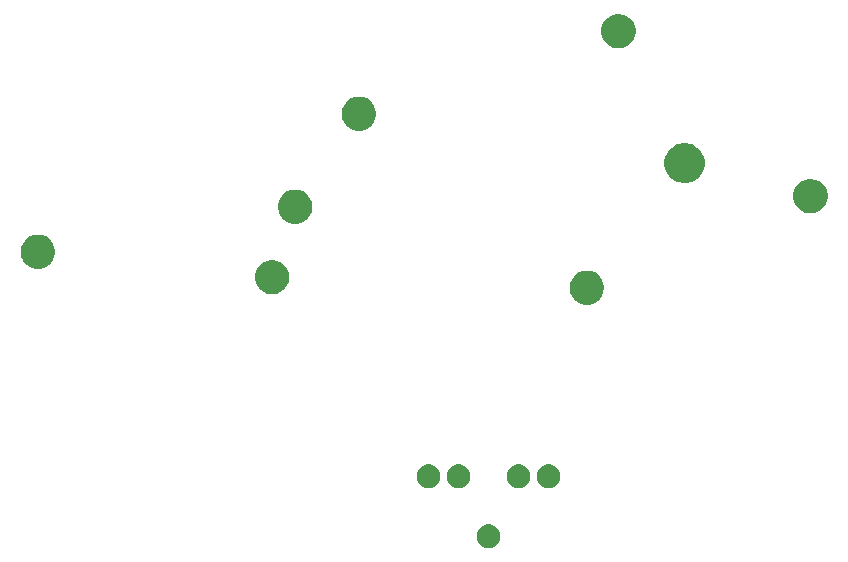
<source format=gbr>
G04 #@! TF.GenerationSoftware,KiCad,Pcbnew,5.0.2+dfsg1-1~bpo9+1*
G04 #@! TF.CreationDate,2020-07-02T14:44:30+01:00*
G04 #@! TF.ProjectId,gbc_outline_basic,6762635f-6f75-4746-9c69-6e655f626173,rev?*
G04 #@! TF.SameCoordinates,Original*
G04 #@! TF.FileFunction,Soldermask,Bot*
G04 #@! TF.FilePolarity,Negative*
%FSLAX46Y46*%
G04 Gerber Fmt 4.6, Leading zero omitted, Abs format (unit mm)*
G04 Created by KiCad (PCBNEW 5.0.2+dfsg1-1~bpo9+1) date Thu 02 Jul 2020 14:44:30 BST*
%MOMM*%
%LPD*%
G01*
G04 APERTURE LIST*
%ADD10C,0.100000*%
G04 APERTURE END LIST*
D10*
G36*
X104970461Y-161429828D02*
X105152630Y-161505285D01*
X105316583Y-161614835D01*
X105456005Y-161754257D01*
X105565555Y-161918210D01*
X105641012Y-162100379D01*
X105679480Y-162293770D01*
X105679480Y-162490950D01*
X105641012Y-162684341D01*
X105565555Y-162866510D01*
X105456005Y-163030463D01*
X105316583Y-163169885D01*
X105152630Y-163279435D01*
X104970461Y-163354892D01*
X104777070Y-163393360D01*
X104579890Y-163393360D01*
X104386499Y-163354892D01*
X104204330Y-163279435D01*
X104040377Y-163169885D01*
X103900955Y-163030463D01*
X103791405Y-162866510D01*
X103715948Y-162684341D01*
X103677480Y-162490950D01*
X103677480Y-162293770D01*
X103715948Y-162100379D01*
X103791405Y-161918210D01*
X103900955Y-161754257D01*
X104040377Y-161614835D01*
X104204330Y-161505285D01*
X104386499Y-161429828D01*
X104579890Y-161391360D01*
X104777070Y-161391360D01*
X104970461Y-161429828D01*
X104970461Y-161429828D01*
G37*
G36*
X110050461Y-156349828D02*
X110232630Y-156425285D01*
X110396583Y-156534835D01*
X110536005Y-156674257D01*
X110645555Y-156838210D01*
X110721012Y-157020379D01*
X110759480Y-157213770D01*
X110759480Y-157410950D01*
X110721012Y-157604341D01*
X110645555Y-157786510D01*
X110536005Y-157950463D01*
X110396583Y-158089885D01*
X110232630Y-158199435D01*
X110050461Y-158274892D01*
X109857070Y-158313360D01*
X109659890Y-158313360D01*
X109466499Y-158274892D01*
X109284330Y-158199435D01*
X109120377Y-158089885D01*
X108980955Y-157950463D01*
X108871405Y-157786510D01*
X108795948Y-157604341D01*
X108757480Y-157410950D01*
X108757480Y-157213770D01*
X108795948Y-157020379D01*
X108871405Y-156838210D01*
X108980955Y-156674257D01*
X109120377Y-156534835D01*
X109284330Y-156425285D01*
X109466499Y-156349828D01*
X109659890Y-156311360D01*
X109857070Y-156311360D01*
X110050461Y-156349828D01*
X110050461Y-156349828D01*
G37*
G36*
X107510461Y-156349828D02*
X107692630Y-156425285D01*
X107856583Y-156534835D01*
X107996005Y-156674257D01*
X108105555Y-156838210D01*
X108181012Y-157020379D01*
X108219480Y-157213770D01*
X108219480Y-157410950D01*
X108181012Y-157604341D01*
X108105555Y-157786510D01*
X107996005Y-157950463D01*
X107856583Y-158089885D01*
X107692630Y-158199435D01*
X107510461Y-158274892D01*
X107317070Y-158313360D01*
X107119890Y-158313360D01*
X106926499Y-158274892D01*
X106744330Y-158199435D01*
X106580377Y-158089885D01*
X106440955Y-157950463D01*
X106331405Y-157786510D01*
X106255948Y-157604341D01*
X106217480Y-157410950D01*
X106217480Y-157213770D01*
X106255948Y-157020379D01*
X106331405Y-156838210D01*
X106440955Y-156674257D01*
X106580377Y-156534835D01*
X106744330Y-156425285D01*
X106926499Y-156349828D01*
X107119890Y-156311360D01*
X107317070Y-156311360D01*
X107510461Y-156349828D01*
X107510461Y-156349828D01*
G37*
G36*
X99890461Y-156349828D02*
X100072630Y-156425285D01*
X100236583Y-156534835D01*
X100376005Y-156674257D01*
X100485555Y-156838210D01*
X100561012Y-157020379D01*
X100599480Y-157213770D01*
X100599480Y-157410950D01*
X100561012Y-157604341D01*
X100485555Y-157786510D01*
X100376005Y-157950463D01*
X100236583Y-158089885D01*
X100072630Y-158199435D01*
X99890461Y-158274892D01*
X99697070Y-158313360D01*
X99499890Y-158313360D01*
X99306499Y-158274892D01*
X99124330Y-158199435D01*
X98960377Y-158089885D01*
X98820955Y-157950463D01*
X98711405Y-157786510D01*
X98635948Y-157604341D01*
X98597480Y-157410950D01*
X98597480Y-157213770D01*
X98635948Y-157020379D01*
X98711405Y-156838210D01*
X98820955Y-156674257D01*
X98960377Y-156534835D01*
X99124330Y-156425285D01*
X99306499Y-156349828D01*
X99499890Y-156311360D01*
X99697070Y-156311360D01*
X99890461Y-156349828D01*
X99890461Y-156349828D01*
G37*
G36*
X102430461Y-156349828D02*
X102612630Y-156425285D01*
X102776583Y-156534835D01*
X102916005Y-156674257D01*
X103025555Y-156838210D01*
X103101012Y-157020379D01*
X103139480Y-157213770D01*
X103139480Y-157410950D01*
X103101012Y-157604341D01*
X103025555Y-157786510D01*
X102916005Y-157950463D01*
X102776583Y-158089885D01*
X102612630Y-158199435D01*
X102430461Y-158274892D01*
X102237070Y-158313360D01*
X102039890Y-158313360D01*
X101846499Y-158274892D01*
X101664330Y-158199435D01*
X101500377Y-158089885D01*
X101360955Y-157950463D01*
X101251405Y-157786510D01*
X101175948Y-157604341D01*
X101137480Y-157410950D01*
X101137480Y-157213770D01*
X101175948Y-157020379D01*
X101251405Y-156838210D01*
X101360955Y-156674257D01*
X101500377Y-156534835D01*
X101664330Y-156425285D01*
X101846499Y-156349828D01*
X102039890Y-156311360D01*
X102237070Y-156311360D01*
X102430461Y-156349828D01*
X102430461Y-156349828D01*
G37*
G36*
X113440538Y-139953220D02*
X113440540Y-139953221D01*
X113440541Y-139953221D01*
X113704606Y-140062600D01*
X113704607Y-140062601D01*
X113942262Y-140221397D01*
X114144363Y-140423498D01*
X114144365Y-140423501D01*
X114303160Y-140661154D01*
X114412539Y-140925219D01*
X114412540Y-140925222D01*
X114468300Y-141205548D01*
X114468300Y-141491372D01*
X114417282Y-141747860D01*
X114412539Y-141771701D01*
X114303160Y-142035766D01*
X114303159Y-142035767D01*
X114144363Y-142273422D01*
X113942262Y-142475523D01*
X113942259Y-142475525D01*
X113704606Y-142634320D01*
X113440541Y-142743699D01*
X113440540Y-142743699D01*
X113440538Y-142743700D01*
X113160212Y-142799460D01*
X112874388Y-142799460D01*
X112594062Y-142743700D01*
X112594060Y-142743699D01*
X112594059Y-142743699D01*
X112329994Y-142634320D01*
X112092341Y-142475525D01*
X112092338Y-142475523D01*
X111890237Y-142273422D01*
X111731441Y-142035767D01*
X111731440Y-142035766D01*
X111622061Y-141771701D01*
X111617319Y-141747860D01*
X111566300Y-141491372D01*
X111566300Y-141205548D01*
X111622060Y-140925222D01*
X111622061Y-140925219D01*
X111731440Y-140661154D01*
X111890235Y-140423501D01*
X111890237Y-140423498D01*
X112092338Y-140221397D01*
X112329993Y-140062601D01*
X112329994Y-140062600D01*
X112594059Y-139953221D01*
X112594060Y-139953221D01*
X112594062Y-139953220D01*
X112874388Y-139897460D01*
X113160212Y-139897460D01*
X113440538Y-139953220D01*
X113440538Y-139953220D01*
G37*
G36*
X86783238Y-139066760D02*
X86783240Y-139066761D01*
X86783241Y-139066761D01*
X87047306Y-139176140D01*
X87281754Y-139332794D01*
X87284962Y-139334937D01*
X87487063Y-139537038D01*
X87487065Y-139537041D01*
X87645860Y-139774694D01*
X87719808Y-139953221D01*
X87755240Y-140038762D01*
X87791568Y-140221397D01*
X87811000Y-140319089D01*
X87811000Y-140604911D01*
X87755239Y-140885241D01*
X87645860Y-141149306D01*
X87489206Y-141383754D01*
X87487063Y-141386962D01*
X87284962Y-141589063D01*
X87284959Y-141589065D01*
X87047306Y-141747860D01*
X86783241Y-141857239D01*
X86783240Y-141857239D01*
X86783238Y-141857240D01*
X86502912Y-141913000D01*
X86217088Y-141913000D01*
X85936762Y-141857240D01*
X85936760Y-141857239D01*
X85936759Y-141857239D01*
X85672694Y-141747860D01*
X85435041Y-141589065D01*
X85435038Y-141589063D01*
X85232937Y-141386962D01*
X85230794Y-141383754D01*
X85074140Y-141149306D01*
X84964761Y-140885241D01*
X84909000Y-140604911D01*
X84909000Y-140319089D01*
X84928432Y-140221397D01*
X84964760Y-140038762D01*
X85000192Y-139953221D01*
X85074140Y-139774694D01*
X85232935Y-139537041D01*
X85232937Y-139537038D01*
X85435038Y-139334937D01*
X85438246Y-139332794D01*
X85672694Y-139176140D01*
X85936759Y-139066761D01*
X85936760Y-139066761D01*
X85936762Y-139066760D01*
X86217088Y-139011000D01*
X86502912Y-139011000D01*
X86783238Y-139066760D01*
X86783238Y-139066760D01*
G37*
G36*
X66958538Y-136905220D02*
X66958540Y-136905221D01*
X66958541Y-136905221D01*
X67222606Y-137014600D01*
X67222607Y-137014601D01*
X67460262Y-137173397D01*
X67662363Y-137375498D01*
X67662365Y-137375501D01*
X67821160Y-137613154D01*
X67930539Y-137877219D01*
X67986300Y-138157549D01*
X67986300Y-138443371D01*
X67930539Y-138723701D01*
X67821160Y-138987766D01*
X67768378Y-139066760D01*
X67662363Y-139225422D01*
X67460262Y-139427523D01*
X67460259Y-139427525D01*
X67222606Y-139586320D01*
X66958541Y-139695699D01*
X66958540Y-139695699D01*
X66958538Y-139695700D01*
X66678212Y-139751460D01*
X66392388Y-139751460D01*
X66112062Y-139695700D01*
X66112060Y-139695699D01*
X66112059Y-139695699D01*
X65847994Y-139586320D01*
X65610341Y-139427525D01*
X65610338Y-139427523D01*
X65408237Y-139225422D01*
X65302222Y-139066760D01*
X65249440Y-138987766D01*
X65140061Y-138723701D01*
X65084300Y-138443371D01*
X65084300Y-138157549D01*
X65140061Y-137877219D01*
X65249440Y-137613154D01*
X65408235Y-137375501D01*
X65408237Y-137375498D01*
X65610338Y-137173397D01*
X65847993Y-137014601D01*
X65847994Y-137014600D01*
X66112059Y-136905221D01*
X66112060Y-136905221D01*
X66112062Y-136905220D01*
X66392388Y-136849460D01*
X66678212Y-136849460D01*
X66958538Y-136905220D01*
X66958538Y-136905220D01*
G37*
G36*
X88739038Y-133095220D02*
X88739040Y-133095221D01*
X88739041Y-133095221D01*
X89003106Y-133204600D01*
X89003107Y-133204601D01*
X89240762Y-133363397D01*
X89442863Y-133565498D01*
X89442865Y-133565501D01*
X89601660Y-133803154D01*
X89711039Y-134067219D01*
X89711040Y-134067222D01*
X89766800Y-134347548D01*
X89766800Y-134633372D01*
X89716287Y-134887320D01*
X89711039Y-134913701D01*
X89601660Y-135177766D01*
X89601659Y-135177767D01*
X89442863Y-135415422D01*
X89240762Y-135617523D01*
X89240759Y-135617525D01*
X89003106Y-135776320D01*
X88739041Y-135885699D01*
X88739040Y-135885699D01*
X88739038Y-135885700D01*
X88458712Y-135941460D01*
X88172888Y-135941460D01*
X87892562Y-135885700D01*
X87892560Y-135885699D01*
X87892559Y-135885699D01*
X87628494Y-135776320D01*
X87390841Y-135617525D01*
X87390838Y-135617523D01*
X87188737Y-135415422D01*
X87029941Y-135177767D01*
X87029940Y-135177766D01*
X86920561Y-134913701D01*
X86915314Y-134887320D01*
X86864800Y-134633372D01*
X86864800Y-134347548D01*
X86920560Y-134067222D01*
X86920561Y-134067219D01*
X87029940Y-133803154D01*
X87188735Y-133565501D01*
X87188737Y-133565498D01*
X87390838Y-133363397D01*
X87628493Y-133204601D01*
X87628494Y-133204600D01*
X87892559Y-133095221D01*
X87892560Y-133095221D01*
X87892562Y-133095220D01*
X88172888Y-133039460D01*
X88458712Y-133039460D01*
X88739038Y-133095220D01*
X88739038Y-133095220D01*
G37*
G36*
X132363538Y-132206220D02*
X132363540Y-132206221D01*
X132363541Y-132206221D01*
X132627606Y-132315600D01*
X132822211Y-132445631D01*
X132865262Y-132474397D01*
X133067363Y-132676498D01*
X133067365Y-132676501D01*
X133226160Y-132914154D01*
X133301160Y-133095221D01*
X133335540Y-133178222D01*
X133391300Y-133458548D01*
X133391300Y-133744372D01*
X133379608Y-133803154D01*
X133335539Y-134024701D01*
X133226160Y-134288766D01*
X133226159Y-134288767D01*
X133067363Y-134526422D01*
X132865262Y-134728523D01*
X132865259Y-134728525D01*
X132627606Y-134887320D01*
X132363541Y-134996699D01*
X132363540Y-134996699D01*
X132363538Y-134996700D01*
X132083212Y-135052460D01*
X131797388Y-135052460D01*
X131517062Y-134996700D01*
X131517060Y-134996699D01*
X131517059Y-134996699D01*
X131252994Y-134887320D01*
X131015341Y-134728525D01*
X131015338Y-134728523D01*
X130813237Y-134526422D01*
X130654441Y-134288767D01*
X130654440Y-134288766D01*
X130545061Y-134024701D01*
X130500993Y-133803154D01*
X130489300Y-133744372D01*
X130489300Y-133458548D01*
X130545060Y-133178222D01*
X130579440Y-133095221D01*
X130654440Y-132914154D01*
X130813235Y-132676501D01*
X130813237Y-132676498D01*
X131015338Y-132474397D01*
X131058389Y-132445631D01*
X131252994Y-132315600D01*
X131517059Y-132206221D01*
X131517060Y-132206221D01*
X131517062Y-132206220D01*
X131797388Y-132150460D01*
X132083212Y-132150460D01*
X132363538Y-132206220D01*
X132363538Y-132206220D01*
G37*
G36*
X121781160Y-129174368D02*
X121781162Y-129174369D01*
X121781163Y-129174369D01*
X121895514Y-129221735D01*
X122090726Y-129302594D01*
X122369327Y-129488749D01*
X122606251Y-129725673D01*
X122792406Y-130004274D01*
X122920632Y-130313840D01*
X122986000Y-130642465D01*
X122986000Y-130977535D01*
X122920632Y-131306160D01*
X122792406Y-131615726D01*
X122606251Y-131894327D01*
X122369327Y-132131251D01*
X122090726Y-132317406D01*
X121895514Y-132398265D01*
X121781163Y-132445631D01*
X121781162Y-132445631D01*
X121781160Y-132445632D01*
X121452535Y-132511000D01*
X121117465Y-132511000D01*
X120788840Y-132445632D01*
X120788838Y-132445631D01*
X120788837Y-132445631D01*
X120674486Y-132398265D01*
X120479274Y-132317406D01*
X120200673Y-132131251D01*
X119963749Y-131894327D01*
X119777594Y-131615726D01*
X119649368Y-131306160D01*
X119584000Y-130977535D01*
X119584000Y-130642465D01*
X119649368Y-130313840D01*
X119777594Y-130004274D01*
X119963749Y-129725673D01*
X120200673Y-129488749D01*
X120479274Y-129302594D01*
X120674486Y-129221735D01*
X120788837Y-129174369D01*
X120788838Y-129174369D01*
X120788840Y-129174368D01*
X121117465Y-129109000D01*
X121452535Y-129109000D01*
X121781160Y-129174368D01*
X121781160Y-129174368D01*
G37*
G36*
X94136538Y-125221220D02*
X94136540Y-125221221D01*
X94136541Y-125221221D01*
X94400606Y-125330600D01*
X94400607Y-125330601D01*
X94638262Y-125489397D01*
X94840363Y-125691498D01*
X94840365Y-125691501D01*
X94999160Y-125929154D01*
X95108539Y-126193219D01*
X95164300Y-126473549D01*
X95164300Y-126759371D01*
X95108539Y-127039701D01*
X94999160Y-127303766D01*
X94999159Y-127303767D01*
X94840363Y-127541422D01*
X94638262Y-127743523D01*
X94638259Y-127743525D01*
X94400606Y-127902320D01*
X94136541Y-128011699D01*
X94136540Y-128011699D01*
X94136538Y-128011700D01*
X93856212Y-128067460D01*
X93570388Y-128067460D01*
X93290062Y-128011700D01*
X93290060Y-128011699D01*
X93290059Y-128011699D01*
X93025994Y-127902320D01*
X92788341Y-127743525D01*
X92788338Y-127743523D01*
X92586237Y-127541422D01*
X92427441Y-127303767D01*
X92427440Y-127303766D01*
X92318061Y-127039701D01*
X92262300Y-126759371D01*
X92262300Y-126473549D01*
X92318061Y-126193219D01*
X92427440Y-125929154D01*
X92586235Y-125691501D01*
X92586237Y-125691498D01*
X92788338Y-125489397D01*
X93025993Y-125330601D01*
X93025994Y-125330600D01*
X93290059Y-125221221D01*
X93290060Y-125221221D01*
X93290062Y-125221220D01*
X93570388Y-125165460D01*
X93856212Y-125165460D01*
X94136538Y-125221220D01*
X94136538Y-125221220D01*
G37*
G36*
X116107538Y-118236220D02*
X116107540Y-118236221D01*
X116107541Y-118236221D01*
X116371606Y-118345600D01*
X116371607Y-118345601D01*
X116609262Y-118504397D01*
X116811363Y-118706498D01*
X116811365Y-118706501D01*
X116970160Y-118944154D01*
X117079539Y-119208219D01*
X117135300Y-119488549D01*
X117135300Y-119774371D01*
X117079539Y-120054701D01*
X116970160Y-120318766D01*
X116970159Y-120318767D01*
X116811363Y-120556422D01*
X116609262Y-120758523D01*
X116609259Y-120758525D01*
X116371606Y-120917320D01*
X116107541Y-121026699D01*
X116107540Y-121026699D01*
X116107538Y-121026700D01*
X115827212Y-121082460D01*
X115541388Y-121082460D01*
X115261062Y-121026700D01*
X115261060Y-121026699D01*
X115261059Y-121026699D01*
X114996994Y-120917320D01*
X114759341Y-120758525D01*
X114759338Y-120758523D01*
X114557237Y-120556422D01*
X114398441Y-120318767D01*
X114398440Y-120318766D01*
X114289061Y-120054701D01*
X114233300Y-119774371D01*
X114233300Y-119488549D01*
X114289061Y-119208219D01*
X114398440Y-118944154D01*
X114557235Y-118706501D01*
X114557237Y-118706498D01*
X114759338Y-118504397D01*
X114996993Y-118345601D01*
X114996994Y-118345600D01*
X115261059Y-118236221D01*
X115261060Y-118236221D01*
X115261062Y-118236220D01*
X115541388Y-118180460D01*
X115827212Y-118180460D01*
X116107538Y-118236220D01*
X116107538Y-118236220D01*
G37*
M02*

</source>
